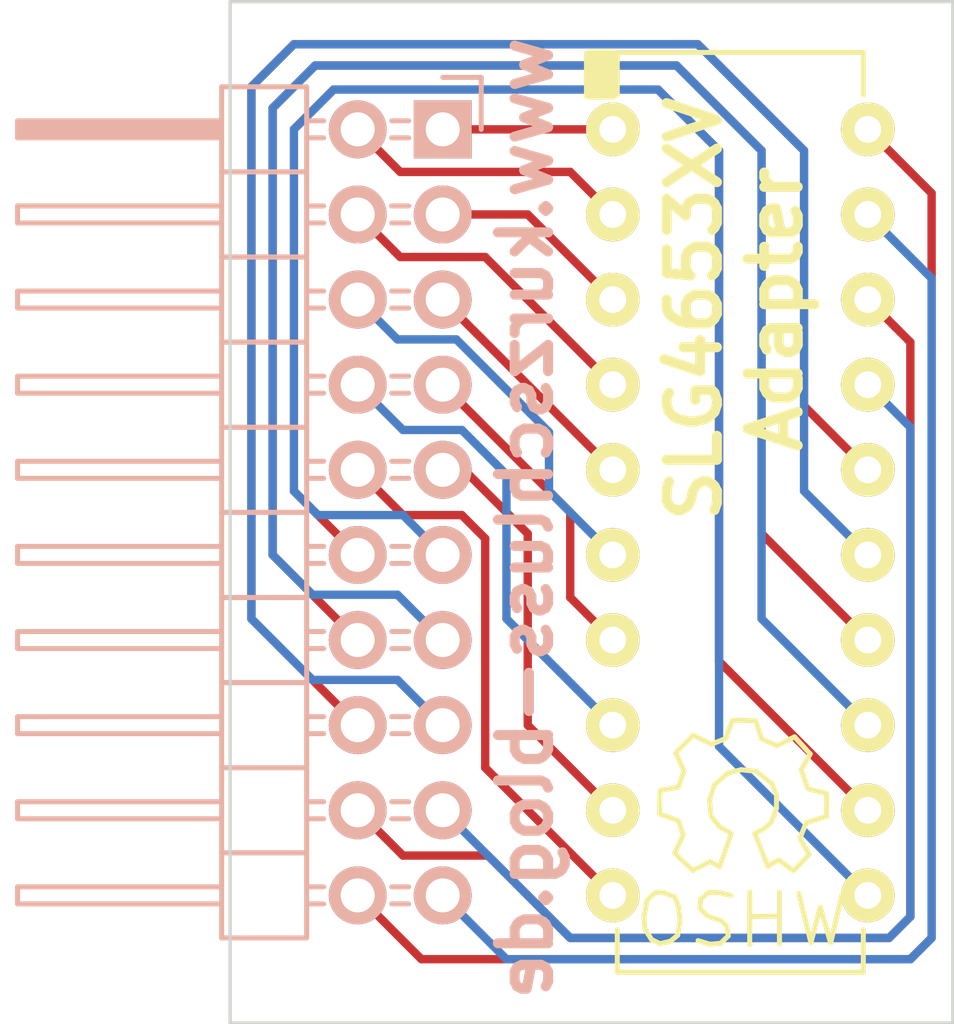
<source format=kicad_pcb>
(kicad_pcb (version 4) (host pcbnew 4.0.2-stable)

  (general
    (links 0)
    (no_connects 19)
    (area 131.354999 97.795 166.168215 131.78582)
    (thickness 1.6)
    (drawings 6)
    (tracks 112)
    (zones 0)
    (modules 3)
    (nets 21)
  )

  (page A4)
  (layers
    (0 F.Cu signal)
    (31 B.Cu signal)
    (32 B.Adhes user)
    (33 F.Adhes user)
    (34 B.Paste user)
    (35 F.Paste user)
    (36 B.SilkS user)
    (37 F.SilkS user)
    (38 B.Mask user)
    (39 F.Mask user)
    (40 Dwgs.User user)
    (41 Cmts.User user)
    (42 Eco1.User user)
    (43 Eco2.User user)
    (44 Edge.Cuts user)
    (45 Margin user)
    (46 B.CrtYd user)
    (47 F.CrtYd user)
    (48 B.Fab user)
    (49 F.Fab user)
  )

  (setup
    (last_trace_width 0.25)
    (trace_clearance 0.2)
    (zone_clearance 0.508)
    (zone_45_only no)
    (trace_min 0.2)
    (segment_width 0.2)
    (edge_width 0.1)
    (via_size 0.6)
    (via_drill 0.4)
    (via_min_size 0.4)
    (via_min_drill 0.3)
    (uvia_size 0.3)
    (uvia_drill 0.1)
    (uvias_allowed no)
    (uvia_min_size 0.2)
    (uvia_min_drill 0.1)
    (pcb_text_width 0.3)
    (pcb_text_size 1.5 1.5)
    (mod_edge_width 0.15)
    (mod_text_size 1 1)
    (mod_text_width 0.15)
    (pad_size 1.5 1.5)
    (pad_drill 0.6)
    (pad_to_mask_clearance 0)
    (aux_axis_origin 0 0)
    (visible_elements 7FFFFFFF)
    (pcbplotparams
      (layerselection 0x010f0_80000001)
      (usegerberextensions false)
      (excludeedgelayer true)
      (linewidth 0.100000)
      (plotframeref false)
      (viasonmask false)
      (mode 1)
      (useauxorigin false)
      (hpglpennumber 1)
      (hpglpenspeed 20)
      (hpglpendiameter 15)
      (hpglpenoverlay 2)
      (psnegative false)
      (psa4output false)
      (plotreference true)
      (plotvalue true)
      (plotinvisibletext false)
      (padsonsilk false)
      (subtractmaskfromsilk false)
      (outputformat 1)
      (mirror false)
      (drillshape 0)
      (scaleselection 1)
      (outputdirectory E1))
  )

  (net 0 "")
  (net 1 "Net-(P1-Pad1)")
  (net 2 "Net-(P1-Pad2)")
  (net 3 "Net-(P1-Pad3)")
  (net 4 "Net-(P1-Pad4)")
  (net 5 "Net-(P1-Pad5)")
  (net 6 "Net-(P1-Pad6)")
  (net 7 "Net-(P1-Pad7)")
  (net 8 "Net-(P1-Pad8)")
  (net 9 "Net-(P1-Pad9)")
  (net 10 "Net-(P1-Pad10)")
  (net 11 "Net-(P1-Pad11)")
  (net 12 "Net-(P1-Pad12)")
  (net 13 "Net-(P1-Pad13)")
  (net 14 "Net-(P1-Pad14)")
  (net 15 "Net-(P1-Pad15)")
  (net 16 "Net-(P1-Pad16)")
  (net 17 "Net-(P1-Pad17)")
  (net 18 "Net-(P1-Pad18)")
  (net 19 "Net-(P1-Pad19)")
  (net 20 "Net-(P1-Pad20)")

  (net_class Default "Dies ist die voreingestellte Netzklasse."
    (clearance 0.2)
    (trace_width 0.25)
    (via_dia 0.6)
    (via_drill 0.4)
    (uvia_dia 0.3)
    (uvia_drill 0.1)
    (add_net "Net-(P1-Pad1)")
    (add_net "Net-(P1-Pad10)")
    (add_net "Net-(P1-Pad11)")
    (add_net "Net-(P1-Pad12)")
    (add_net "Net-(P1-Pad13)")
    (add_net "Net-(P1-Pad14)")
    (add_net "Net-(P1-Pad15)")
    (add_net "Net-(P1-Pad16)")
    (add_net "Net-(P1-Pad17)")
    (add_net "Net-(P1-Pad18)")
    (add_net "Net-(P1-Pad19)")
    (add_net "Net-(P1-Pad2)")
    (add_net "Net-(P1-Pad20)")
    (add_net "Net-(P1-Pad3)")
    (add_net "Net-(P1-Pad4)")
    (add_net "Net-(P1-Pad5)")
    (add_net "Net-(P1-Pad6)")
    (add_net "Net-(P1-Pad7)")
    (add_net "Net-(P1-Pad8)")
    (add_net "Net-(P1-Pad9)")
  )

  (module Pin_Headers:Pin_Header_Angled_2x10 (layer B.Cu) (tedit 57C7DD9B) (tstamp 57C7D6D8)
    (at 144.78 104.14 180)
    (descr "Through hole pin header")
    (tags "pin header")
    (path /57C7D64B)
    (fp_text reference P1 (at 0 5.1 180) (layer B.SilkS) hide
      (effects (font (size 1 1) (thickness 0.15)) (justify mirror))
    )
    (fp_text value CONN_01X20 (at 0 3.1 180) (layer B.Fab) hide
      (effects (font (size 1 1) (thickness 0.15)) (justify mirror))
    )
    (fp_line (start -1.35 1.75) (end -1.35 -24.65) (layer B.CrtYd) (width 0.05))
    (fp_line (start 13.2 1.75) (end 13.2 -24.65) (layer B.CrtYd) (width 0.05))
    (fp_line (start -1.35 1.75) (end 13.2 1.75) (layer B.CrtYd) (width 0.05))
    (fp_line (start -1.35 -24.65) (end 13.2 -24.65) (layer B.CrtYd) (width 0.05))
    (fp_line (start 1.524 0.254) (end 1.016 0.254) (layer B.SilkS) (width 0.15))
    (fp_line (start 1.524 -0.254) (end 1.016 -0.254) (layer B.SilkS) (width 0.15))
    (fp_line (start 1.524 -23.114) (end 1.016 -23.114) (layer B.SilkS) (width 0.15))
    (fp_line (start 1.524 -22.606) (end 1.016 -22.606) (layer B.SilkS) (width 0.15))
    (fp_line (start 1.524 -17.526) (end 1.016 -17.526) (layer B.SilkS) (width 0.15))
    (fp_line (start 1.524 -18.034) (end 1.016 -18.034) (layer B.SilkS) (width 0.15))
    (fp_line (start 1.524 -20.066) (end 1.016 -20.066) (layer B.SilkS) (width 0.15))
    (fp_line (start 1.524 -20.574) (end 1.016 -20.574) (layer B.SilkS) (width 0.15))
    (fp_line (start 1.524 -15.494) (end 1.016 -15.494) (layer B.SilkS) (width 0.15))
    (fp_line (start 1.524 -14.986) (end 1.016 -14.986) (layer B.SilkS) (width 0.15))
    (fp_line (start 1.524 -12.954) (end 1.016 -12.954) (layer B.SilkS) (width 0.15))
    (fp_line (start 1.524 -12.446) (end 1.016 -12.446) (layer B.SilkS) (width 0.15))
    (fp_line (start 1.524 -2.286) (end 1.016 -2.286) (layer B.SilkS) (width 0.15))
    (fp_line (start 1.524 -2.794) (end 1.016 -2.794) (layer B.SilkS) (width 0.15))
    (fp_line (start 1.524 -4.826) (end 1.016 -4.826) (layer B.SilkS) (width 0.15))
    (fp_line (start 1.524 -5.334) (end 1.016 -5.334) (layer B.SilkS) (width 0.15))
    (fp_line (start 1.524 -10.414) (end 1.016 -10.414) (layer B.SilkS) (width 0.15))
    (fp_line (start 1.524 -9.906) (end 1.016 -9.906) (layer B.SilkS) (width 0.15))
    (fp_line (start 1.524 -7.874) (end 1.016 -7.874) (layer B.SilkS) (width 0.15))
    (fp_line (start 1.524 -7.366) (end 1.016 -7.366) (layer B.SilkS) (width 0.15))
    (fp_line (start 4.064 -23.114) (end 3.556 -23.114) (layer B.SilkS) (width 0.15))
    (fp_line (start 4.064 -22.606) (end 3.556 -22.606) (layer B.SilkS) (width 0.15))
    (fp_line (start 4.064 -20.574) (end 3.556 -20.574) (layer B.SilkS) (width 0.15))
    (fp_line (start 4.064 -20.066) (end 3.556 -20.066) (layer B.SilkS) (width 0.15))
    (fp_line (start 4.064 -14.986) (end 3.556 -14.986) (layer B.SilkS) (width 0.15))
    (fp_line (start 4.064 -15.494) (end 3.556 -15.494) (layer B.SilkS) (width 0.15))
    (fp_line (start 4.064 -17.526) (end 3.556 -17.526) (layer B.SilkS) (width 0.15))
    (fp_line (start 4.064 -18.034) (end 3.556 -18.034) (layer B.SilkS) (width 0.15))
    (fp_line (start 4.064 -12.954) (end 3.556 -12.954) (layer B.SilkS) (width 0.15))
    (fp_line (start 4.064 -12.446) (end 3.556 -12.446) (layer B.SilkS) (width 0.15))
    (fp_line (start 4.064 -10.414) (end 3.556 -10.414) (layer B.SilkS) (width 0.15))
    (fp_line (start 4.064 -9.906) (end 3.556 -9.906) (layer B.SilkS) (width 0.15))
    (fp_line (start 4.064 0.254) (end 3.556 0.254) (layer B.SilkS) (width 0.15))
    (fp_line (start 4.064 -0.254) (end 3.556 -0.254) (layer B.SilkS) (width 0.15))
    (fp_line (start 4.064 -2.286) (end 3.556 -2.286) (layer B.SilkS) (width 0.15))
    (fp_line (start 4.064 -2.794) (end 3.556 -2.794) (layer B.SilkS) (width 0.15))
    (fp_line (start 4.064 -7.874) (end 3.556 -7.874) (layer B.SilkS) (width 0.15))
    (fp_line (start 4.064 -7.366) (end 3.556 -7.366) (layer B.SilkS) (width 0.15))
    (fp_line (start 4.064 -5.334) (end 3.556 -5.334) (layer B.SilkS) (width 0.15))
    (fp_line (start 4.064 -4.826) (end 3.556 -4.826) (layer B.SilkS) (width 0.15))
    (fp_line (start 0 1.55) (end -1.15 1.55) (layer B.SilkS) (width 0.15))
    (fp_line (start -1.15 1.55) (end -1.15 0) (layer B.SilkS) (width 0.15))
    (fp_line (start 6.604 0.127) (end 12.573 0.127) (layer B.SilkS) (width 0.15))
    (fp_line (start 12.573 0.127) (end 12.573 -0.127) (layer B.SilkS) (width 0.15))
    (fp_line (start 12.573 -0.127) (end 6.731 -0.127) (layer B.SilkS) (width 0.15))
    (fp_line (start 6.731 -0.127) (end 6.731 0) (layer B.SilkS) (width 0.15))
    (fp_line (start 6.731 0) (end 12.573 0) (layer B.SilkS) (width 0.15))
    (fp_line (start 4.064 -19.05) (end 6.604 -19.05) (layer B.SilkS) (width 0.15))
    (fp_line (start 4.064 -19.05) (end 4.064 -21.59) (layer B.SilkS) (width 0.15))
    (fp_line (start 4.064 -21.59) (end 6.604 -21.59) (layer B.SilkS) (width 0.15))
    (fp_line (start 6.604 -20.066) (end 12.7 -20.066) (layer B.SilkS) (width 0.15))
    (fp_line (start 12.7 -20.066) (end 12.7 -20.574) (layer B.SilkS) (width 0.15))
    (fp_line (start 12.7 -20.574) (end 6.604 -20.574) (layer B.SilkS) (width 0.15))
    (fp_line (start 6.604 -21.59) (end 6.604 -19.05) (layer B.SilkS) (width 0.15))
    (fp_line (start 6.604 -24.13) (end 6.604 -21.59) (layer B.SilkS) (width 0.15))
    (fp_line (start 12.7 -23.114) (end 6.604 -23.114) (layer B.SilkS) (width 0.15))
    (fp_line (start 12.7 -22.606) (end 12.7 -23.114) (layer B.SilkS) (width 0.15))
    (fp_line (start 6.604 -22.606) (end 12.7 -22.606) (layer B.SilkS) (width 0.15))
    (fp_line (start 4.064 -21.59) (end 4.064 -24.13) (layer B.SilkS) (width 0.15))
    (fp_line (start 4.064 -21.59) (end 6.604 -21.59) (layer B.SilkS) (width 0.15))
    (fp_line (start 4.064 -24.13) (end 6.604 -24.13) (layer B.SilkS) (width 0.15))
    (fp_line (start 4.064 -8.89) (end 6.604 -8.89) (layer B.SilkS) (width 0.15))
    (fp_line (start 4.064 -8.89) (end 4.064 -11.43) (layer B.SilkS) (width 0.15))
    (fp_line (start 4.064 -11.43) (end 6.604 -11.43) (layer B.SilkS) (width 0.15))
    (fp_line (start 6.604 -9.906) (end 12.7 -9.906) (layer B.SilkS) (width 0.15))
    (fp_line (start 12.7 -9.906) (end 12.7 -10.414) (layer B.SilkS) (width 0.15))
    (fp_line (start 12.7 -10.414) (end 6.604 -10.414) (layer B.SilkS) (width 0.15))
    (fp_line (start 6.604 -11.43) (end 6.604 -8.89) (layer B.SilkS) (width 0.15))
    (fp_line (start 6.604 -13.97) (end 6.604 -11.43) (layer B.SilkS) (width 0.15))
    (fp_line (start 12.7 -12.954) (end 6.604 -12.954) (layer B.SilkS) (width 0.15))
    (fp_line (start 12.7 -12.446) (end 12.7 -12.954) (layer B.SilkS) (width 0.15))
    (fp_line (start 6.604 -12.446) (end 12.7 -12.446) (layer B.SilkS) (width 0.15))
    (fp_line (start 4.064 -13.97) (end 6.604 -13.97) (layer B.SilkS) (width 0.15))
    (fp_line (start 4.064 -11.43) (end 4.064 -13.97) (layer B.SilkS) (width 0.15))
    (fp_line (start 4.064 -11.43) (end 6.604 -11.43) (layer B.SilkS) (width 0.15))
    (fp_line (start 4.064 -16.51) (end 6.604 -16.51) (layer B.SilkS) (width 0.15))
    (fp_line (start 4.064 -16.51) (end 4.064 -19.05) (layer B.SilkS) (width 0.15))
    (fp_line (start 4.064 -19.05) (end 6.604 -19.05) (layer B.SilkS) (width 0.15))
    (fp_line (start 6.604 -17.526) (end 12.7 -17.526) (layer B.SilkS) (width 0.15))
    (fp_line (start 12.7 -17.526) (end 12.7 -18.034) (layer B.SilkS) (width 0.15))
    (fp_line (start 12.7 -18.034) (end 6.604 -18.034) (layer B.SilkS) (width 0.15))
    (fp_line (start 6.604 -19.05) (end 6.604 -16.51) (layer B.SilkS) (width 0.15))
    (fp_line (start 6.604 -16.51) (end 6.604 -13.97) (layer B.SilkS) (width 0.15))
    (fp_line (start 12.7 -15.494) (end 6.604 -15.494) (layer B.SilkS) (width 0.15))
    (fp_line (start 12.7 -14.986) (end 12.7 -15.494) (layer B.SilkS) (width 0.15))
    (fp_line (start 6.604 -14.986) (end 12.7 -14.986) (layer B.SilkS) (width 0.15))
    (fp_line (start 4.064 -16.51) (end 6.604 -16.51) (layer B.SilkS) (width 0.15))
    (fp_line (start 4.064 -13.97) (end 4.064 -16.51) (layer B.SilkS) (width 0.15))
    (fp_line (start 4.064 -13.97) (end 6.604 -13.97) (layer B.SilkS) (width 0.15))
    (fp_line (start 4.064 -3.81) (end 6.604 -3.81) (layer B.SilkS) (width 0.15))
    (fp_line (start 4.064 -3.81) (end 4.064 -6.35) (layer B.SilkS) (width 0.15))
    (fp_line (start 4.064 -6.35) (end 6.604 -6.35) (layer B.SilkS) (width 0.15))
    (fp_line (start 6.604 -4.826) (end 12.7 -4.826) (layer B.SilkS) (width 0.15))
    (fp_line (start 12.7 -4.826) (end 12.7 -5.334) (layer B.SilkS) (width 0.15))
    (fp_line (start 12.7 -5.334) (end 6.604 -5.334) (layer B.SilkS) (width 0.15))
    (fp_line (start 6.604 -6.35) (end 6.604 -3.81) (layer B.SilkS) (width 0.15))
    (fp_line (start 6.604 -8.89) (end 6.604 -6.35) (layer B.SilkS) (width 0.15))
    (fp_line (start 12.7 -7.874) (end 6.604 -7.874) (layer B.SilkS) (width 0.15))
    (fp_line (start 12.7 -7.366) (end 12.7 -7.874) (layer B.SilkS) (width 0.15))
    (fp_line (start 6.604 -7.366) (end 12.7 -7.366) (layer B.SilkS) (width 0.15))
    (fp_line (start 4.064 -8.89) (end 6.604 -8.89) (layer B.SilkS) (width 0.15))
    (fp_line (start 4.064 -6.35) (end 4.064 -8.89) (layer B.SilkS) (width 0.15))
    (fp_line (start 4.064 -6.35) (end 6.604 -6.35) (layer B.SilkS) (width 0.15))
    (fp_line (start 4.064 -1.27) (end 6.604 -1.27) (layer B.SilkS) (width 0.15))
    (fp_line (start 4.064 -1.27) (end 4.064 -3.81) (layer B.SilkS) (width 0.15))
    (fp_line (start 4.064 -3.81) (end 6.604 -3.81) (layer B.SilkS) (width 0.15))
    (fp_line (start 6.604 -2.286) (end 12.7 -2.286) (layer B.SilkS) (width 0.15))
    (fp_line (start 12.7 -2.286) (end 12.7 -2.794) (layer B.SilkS) (width 0.15))
    (fp_line (start 12.7 -2.794) (end 6.604 -2.794) (layer B.SilkS) (width 0.15))
    (fp_line (start 6.604 -3.81) (end 6.604 -1.27) (layer B.SilkS) (width 0.15))
    (fp_line (start 6.604 -1.27) (end 6.604 1.27) (layer B.SilkS) (width 0.15))
    (fp_line (start 12.7 -0.254) (end 6.604 -0.254) (layer B.SilkS) (width 0.15))
    (fp_line (start 12.7 0.254) (end 12.7 -0.254) (layer B.SilkS) (width 0.15))
    (fp_line (start 6.604 0.254) (end 12.7 0.254) (layer B.SilkS) (width 0.15))
    (fp_line (start 4.064 -1.27) (end 6.604 -1.27) (layer B.SilkS) (width 0.15))
    (fp_line (start 4.064 1.27) (end 4.064 -1.27) (layer B.SilkS) (width 0.15))
    (fp_line (start 4.064 1.27) (end 6.604 1.27) (layer B.SilkS) (width 0.15))
    (pad 1 thru_hole rect (at 0 0 180) (size 1.7272 1.7272) (drill 1.016) (layers *.Cu *.Mask B.SilkS)
      (net 1 "Net-(P1-Pad1)"))
    (pad 2 thru_hole oval (at 2.54 0 180) (size 1.7272 1.7272) (drill 1.016) (layers *.Cu *.Mask B.SilkS)
      (net 2 "Net-(P1-Pad2)"))
    (pad 3 thru_hole oval (at 0 -2.54 180) (size 1.7272 1.7272) (drill 1.016) (layers *.Cu *.Mask B.SilkS)
      (net 3 "Net-(P1-Pad3)"))
    (pad 4 thru_hole oval (at 2.54 -2.54 180) (size 1.7272 1.7272) (drill 1.016) (layers *.Cu *.Mask B.SilkS)
      (net 4 "Net-(P1-Pad4)"))
    (pad 5 thru_hole oval (at 0 -5.08 180) (size 1.7272 1.7272) (drill 1.016) (layers *.Cu *.Mask B.SilkS)
      (net 5 "Net-(P1-Pad5)"))
    (pad 6 thru_hole oval (at 2.54 -5.08 180) (size 1.7272 1.7272) (drill 1.016) (layers *.Cu *.Mask B.SilkS)
      (net 6 "Net-(P1-Pad6)"))
    (pad 7 thru_hole oval (at 0 -7.62 180) (size 1.7272 1.7272) (drill 1.016) (layers *.Cu *.Mask B.SilkS)
      (net 7 "Net-(P1-Pad7)"))
    (pad 8 thru_hole oval (at 2.54 -7.62 180) (size 1.7272 1.7272) (drill 1.016) (layers *.Cu *.Mask B.SilkS)
      (net 8 "Net-(P1-Pad8)"))
    (pad 9 thru_hole oval (at 0 -10.16 180) (size 1.7272 1.7272) (drill 1.016) (layers *.Cu *.Mask B.SilkS)
      (net 9 "Net-(P1-Pad9)"))
    (pad 10 thru_hole oval (at 2.54 -10.16 180) (size 1.7272 1.7272) (drill 1.016) (layers *.Cu *.Mask B.SilkS)
      (net 10 "Net-(P1-Pad10)"))
    (pad 11 thru_hole oval (at 0 -12.7 180) (size 1.7272 1.7272) (drill 1.016) (layers *.Cu *.Mask B.SilkS)
      (net 11 "Net-(P1-Pad11)"))
    (pad 12 thru_hole oval (at 2.54 -12.7 180) (size 1.7272 1.7272) (drill 1.016) (layers *.Cu *.Mask B.SilkS)
      (net 12 "Net-(P1-Pad12)"))
    (pad 13 thru_hole oval (at 0 -15.24 180) (size 1.7272 1.7272) (drill 1.016) (layers *.Cu *.Mask B.SilkS)
      (net 13 "Net-(P1-Pad13)"))
    (pad 14 thru_hole oval (at 2.54 -15.24 180) (size 1.7272 1.7272) (drill 1.016) (layers *.Cu *.Mask B.SilkS)
      (net 14 "Net-(P1-Pad14)"))
    (pad 15 thru_hole oval (at 0 -17.78 180) (size 1.7272 1.7272) (drill 1.016) (layers *.Cu *.Mask B.SilkS)
      (net 15 "Net-(P1-Pad15)"))
    (pad 16 thru_hole oval (at 2.54 -17.78 180) (size 1.7272 1.7272) (drill 1.016) (layers *.Cu *.Mask B.SilkS)
      (net 16 "Net-(P1-Pad16)"))
    (pad 17 thru_hole oval (at 0 -20.32 180) (size 1.7272 1.7272) (drill 1.016) (layers *.Cu *.Mask B.SilkS)
      (net 17 "Net-(P1-Pad17)"))
    (pad 18 thru_hole oval (at 2.54 -20.32 180) (size 1.7272 1.7272) (drill 1.016) (layers *.Cu *.Mask B.SilkS)
      (net 18 "Net-(P1-Pad18)"))
    (pad 19 thru_hole oval (at 0 -22.86 180) (size 1.7272 1.7272) (drill 1.016) (layers *.Cu *.Mask B.SilkS)
      (net 19 "Net-(P1-Pad19)"))
    (pad 20 thru_hole oval (at 2.54 -22.86 180) (size 1.7272 1.7272) (drill 1.016) (layers *.Cu *.Mask B.SilkS)
      (net 20 "Net-(P1-Pad20)"))
    (model Pin_Headers.3dshapes/Pin_Header_Angled_2x10.wrl
      (at (xyz 0.05 -0.45 0))
      (scale (xyz 1 1 1))
      (rotate (xyz 0 0 90))
    )
  )

  (module Housings_DIP:DIP-20_W7.62mm (layer F.Cu) (tedit 57C7DD9E) (tstamp 57C7D6F0)
    (at 149.86 104.14)
    (descr "20-lead dip package, row spacing 7.62 mm (300 mils)")
    (tags "dil dip 2.54 300")
    (path /57C7D61A)
    (fp_text reference P2 (at 0 -5.22) (layer F.SilkS) hide
      (effects (font (size 1 1) (thickness 0.15)))
    )
    (fp_text value CONN_01X20 (at 0 -3.72) (layer F.Fab) hide
      (effects (font (size 1 1) (thickness 0.15)))
    )
    (fp_line (start -1.05 -2.45) (end -1.05 25.35) (layer F.CrtYd) (width 0.05))
    (fp_line (start 8.65 -2.45) (end 8.65 25.35) (layer F.CrtYd) (width 0.05))
    (fp_line (start -1.05 -2.45) (end 8.65 -2.45) (layer F.CrtYd) (width 0.05))
    (fp_line (start -1.05 25.35) (end 8.65 25.35) (layer F.CrtYd) (width 0.05))
    (fp_line (start 0.135 -2.295) (end 0.135 -1.025) (layer F.SilkS) (width 0.15))
    (fp_line (start 7.485 -2.295) (end 7.485 -1.025) (layer F.SilkS) (width 0.15))
    (fp_line (start 7.485 25.155) (end 7.485 23.885) (layer F.SilkS) (width 0.15))
    (fp_line (start 0.135 25.155) (end 0.135 23.885) (layer F.SilkS) (width 0.15))
    (fp_line (start 0.135 -2.295) (end 7.485 -2.295) (layer F.SilkS) (width 0.15))
    (fp_line (start 0.135 25.155) (end 7.485 25.155) (layer F.SilkS) (width 0.15))
    (fp_line (start 0.135 -1.025) (end -0.8 -1.025) (layer F.SilkS) (width 0.15))
    (pad 1 thru_hole oval (at 0 0) (size 1.6 1.6) (drill 0.8) (layers *.Cu *.Mask F.SilkS)
      (net 1 "Net-(P1-Pad1)"))
    (pad 2 thru_hole oval (at 0 2.54) (size 1.6 1.6) (drill 0.8) (layers *.Cu *.Mask F.SilkS)
      (net 2 "Net-(P1-Pad2)"))
    (pad 3 thru_hole oval (at 0 5.08) (size 1.6 1.6) (drill 0.8) (layers *.Cu *.Mask F.SilkS)
      (net 3 "Net-(P1-Pad3)"))
    (pad 4 thru_hole oval (at 0 7.62) (size 1.6 1.6) (drill 0.8) (layers *.Cu *.Mask F.SilkS)
      (net 4 "Net-(P1-Pad4)"))
    (pad 5 thru_hole oval (at 0 10.16) (size 1.6 1.6) (drill 0.8) (layers *.Cu *.Mask F.SilkS)
      (net 5 "Net-(P1-Pad5)"))
    (pad 6 thru_hole oval (at 0 12.7) (size 1.6 1.6) (drill 0.8) (layers *.Cu *.Mask F.SilkS)
      (net 6 "Net-(P1-Pad6)"))
    (pad 7 thru_hole oval (at 0 15.24) (size 1.6 1.6) (drill 0.8) (layers *.Cu *.Mask F.SilkS)
      (net 7 "Net-(P1-Pad7)"))
    (pad 8 thru_hole oval (at 0 17.78) (size 1.6 1.6) (drill 0.8) (layers *.Cu *.Mask F.SilkS)
      (net 8 "Net-(P1-Pad8)"))
    (pad 9 thru_hole oval (at 0 20.32) (size 1.6 1.6) (drill 0.8) (layers *.Cu *.Mask F.SilkS)
      (net 9 "Net-(P1-Pad9)"))
    (pad 10 thru_hole oval (at 0 22.86) (size 1.6 1.6) (drill 0.8) (layers *.Cu *.Mask F.SilkS)
      (net 10 "Net-(P1-Pad10)"))
    (pad 11 thru_hole oval (at 7.62 22.86) (size 1.6 1.6) (drill 0.8) (layers *.Cu *.Mask F.SilkS)
      (net 11 "Net-(P1-Pad11)"))
    (pad 12 thru_hole oval (at 7.62 20.32) (size 1.6 1.6) (drill 0.8) (layers *.Cu *.Mask F.SilkS)
      (net 12 "Net-(P1-Pad12)"))
    (pad 13 thru_hole oval (at 7.62 17.78) (size 1.6 1.6) (drill 0.8) (layers *.Cu *.Mask F.SilkS)
      (net 13 "Net-(P1-Pad13)"))
    (pad 14 thru_hole oval (at 7.62 15.24) (size 1.6 1.6) (drill 0.8) (layers *.Cu *.Mask F.SilkS)
      (net 14 "Net-(P1-Pad14)"))
    (pad 15 thru_hole oval (at 7.62 12.7) (size 1.6 1.6) (drill 0.8) (layers *.Cu *.Mask F.SilkS)
      (net 15 "Net-(P1-Pad15)"))
    (pad 16 thru_hole oval (at 7.62 10.16) (size 1.6 1.6) (drill 0.8) (layers *.Cu *.Mask F.SilkS)
      (net 16 "Net-(P1-Pad16)"))
    (pad 17 thru_hole oval (at 7.62 7.62) (size 1.6 1.6) (drill 0.8) (layers *.Cu *.Mask F.SilkS)
      (net 17 "Net-(P1-Pad17)"))
    (pad 18 thru_hole oval (at 7.62 5.08) (size 1.6 1.6) (drill 0.8) (layers *.Cu *.Mask F.SilkS)
      (net 18 "Net-(P1-Pad18)"))
    (pad 19 thru_hole oval (at 7.62 2.54) (size 1.6 1.6) (drill 0.8) (layers *.Cu *.Mask F.SilkS)
      (net 19 "Net-(P1-Pad19)"))
    (pad 20 thru_hole oval (at 7.62 0) (size 1.6 1.6) (drill 0.8) (layers *.Cu *.Mask F.SilkS)
      (net 20 "Net-(P1-Pad20)"))
    (model Housings_DIP.3dshapes/DIP-20_W7.62mm.wrl
      (at (xyz 0 0 0))
      (scale (xyz 1 1 1))
      (rotate (xyz 0 0 0))
    )
  )

  (module Symbols:Symbol_OSHW-Logo_SilkScreen (layer F.Cu) (tedit 57C7DC97) (tstamp 57C7DC7E)
    (at 153.75 124.25)
    (descr "Symbol, OSHW-Logo, Silk Screen,")
    (tags "Symbol, OSHW-Logo, Silk Screen,")
    (fp_text reference REF** (at 0.09906 -4.38912) (layer F.SilkS) hide
      (effects (font (size 1 1) (thickness 0.15)))
    )
    (fp_text value Symbol_OSHW-Logo_SilkScreen (at 0.30988 6.56082) (layer F.Fab) hide
      (effects (font (size 1 1) (thickness 0.15)))
    )
    (fp_line (start 1.66878 2.68986) (end 2.02946 4.16052) (layer F.SilkS) (width 0.15))
    (fp_line (start 2.02946 4.16052) (end 2.30886 3.0988) (layer F.SilkS) (width 0.15))
    (fp_line (start 2.30886 3.0988) (end 2.61874 4.17068) (layer F.SilkS) (width 0.15))
    (fp_line (start 2.61874 4.17068) (end 2.9591 2.72034) (layer F.SilkS) (width 0.15))
    (fp_line (start 0.24892 3.38074) (end 1.03886 3.37058) (layer F.SilkS) (width 0.15))
    (fp_line (start 1.03886 3.37058) (end 1.04902 3.38074) (layer F.SilkS) (width 0.15))
    (fp_line (start 1.04902 3.38074) (end 1.04902 3.37058) (layer F.SilkS) (width 0.15))
    (fp_line (start 1.08966 2.65938) (end 1.08966 4.20116) (layer F.SilkS) (width 0.15))
    (fp_line (start 0.20066 2.64922) (end 0.20066 4.21894) (layer F.SilkS) (width 0.15))
    (fp_line (start 0.20066 4.21894) (end 0.21082 4.20878) (layer F.SilkS) (width 0.15))
    (fp_line (start -0.35052 2.75082) (end -0.70104 2.66954) (layer F.SilkS) (width 0.15))
    (fp_line (start -0.70104 2.66954) (end -1.02108 2.65938) (layer F.SilkS) (width 0.15))
    (fp_line (start -1.02108 2.65938) (end -1.25984 2.86004) (layer F.SilkS) (width 0.15))
    (fp_line (start -1.25984 2.86004) (end -1.29032 3.12928) (layer F.SilkS) (width 0.15))
    (fp_line (start -1.29032 3.12928) (end -1.04902 3.37058) (layer F.SilkS) (width 0.15))
    (fp_line (start -1.04902 3.37058) (end -0.6604 3.50012) (layer F.SilkS) (width 0.15))
    (fp_line (start -0.6604 3.50012) (end -0.48006 3.66014) (layer F.SilkS) (width 0.15))
    (fp_line (start -0.48006 3.66014) (end -0.43942 3.95986) (layer F.SilkS) (width 0.15))
    (fp_line (start -0.43942 3.95986) (end -0.67056 4.18084) (layer F.SilkS) (width 0.15))
    (fp_line (start -0.67056 4.18084) (end -0.9906 4.20878) (layer F.SilkS) (width 0.15))
    (fp_line (start -0.9906 4.20878) (end -1.34112 4.09956) (layer F.SilkS) (width 0.15))
    (fp_line (start -2.37998 2.64922) (end -2.6289 2.66954) (layer F.SilkS) (width 0.15))
    (fp_line (start -2.6289 2.66954) (end -2.8702 2.91084) (layer F.SilkS) (width 0.15))
    (fp_line (start -2.8702 2.91084) (end -2.9591 3.40106) (layer F.SilkS) (width 0.15))
    (fp_line (start -2.9591 3.40106) (end -2.93116 3.74904) (layer F.SilkS) (width 0.15))
    (fp_line (start -2.93116 3.74904) (end -2.7305 4.06908) (layer F.SilkS) (width 0.15))
    (fp_line (start -2.7305 4.06908) (end -2.47904 4.191) (layer F.SilkS) (width 0.15))
    (fp_line (start -2.47904 4.191) (end -2.16916 4.11988) (layer F.SilkS) (width 0.15))
    (fp_line (start -2.16916 4.11988) (end -1.95072 3.93954) (layer F.SilkS) (width 0.15))
    (fp_line (start -1.95072 3.93954) (end -1.8796 3.4798) (layer F.SilkS) (width 0.15))
    (fp_line (start -1.8796 3.4798) (end -1.9304 3.07086) (layer F.SilkS) (width 0.15))
    (fp_line (start -1.9304 3.07086) (end -2.03962 2.78892) (layer F.SilkS) (width 0.15))
    (fp_line (start -2.03962 2.78892) (end -2.4003 2.65938) (layer F.SilkS) (width 0.15))
    (fp_line (start -1.78054 0.92964) (end -2.03962 1.49098) (layer F.SilkS) (width 0.15))
    (fp_line (start -2.03962 1.49098) (end -1.50114 2.00914) (layer F.SilkS) (width 0.15))
    (fp_line (start -1.50114 2.00914) (end -0.98044 1.7399) (layer F.SilkS) (width 0.15))
    (fp_line (start -0.98044 1.7399) (end -0.70104 1.89992) (layer F.SilkS) (width 0.15))
    (fp_line (start 0.73914 1.8796) (end 1.06934 1.6891) (layer F.SilkS) (width 0.15))
    (fp_line (start 1.06934 1.6891) (end 1.50876 2.0193) (layer F.SilkS) (width 0.15))
    (fp_line (start 1.50876 2.0193) (end 1.9812 1.52908) (layer F.SilkS) (width 0.15))
    (fp_line (start 1.9812 1.52908) (end 1.69926 1.04902) (layer F.SilkS) (width 0.15))
    (fp_line (start 1.69926 1.04902) (end 1.88976 0.57912) (layer F.SilkS) (width 0.15))
    (fp_line (start 1.88976 0.57912) (end 2.49936 0.39116) (layer F.SilkS) (width 0.15))
    (fp_line (start 2.49936 0.39116) (end 2.49936 -0.28956) (layer F.SilkS) (width 0.15))
    (fp_line (start 2.49936 -0.28956) (end 1.94056 -0.42926) (layer F.SilkS) (width 0.15))
    (fp_line (start 1.94056 -0.42926) (end 1.7399 -1.00076) (layer F.SilkS) (width 0.15))
    (fp_line (start 1.7399 -1.00076) (end 2.00914 -1.47066) (layer F.SilkS) (width 0.15))
    (fp_line (start 2.00914 -1.47066) (end 1.53924 -1.9812) (layer F.SilkS) (width 0.15))
    (fp_line (start 1.53924 -1.9812) (end 1.02108 -1.71958) (layer F.SilkS) (width 0.15))
    (fp_line (start 1.02108 -1.71958) (end 0.55118 -1.92024) (layer F.SilkS) (width 0.15))
    (fp_line (start 0.55118 -1.92024) (end 0.381 -2.46126) (layer F.SilkS) (width 0.15))
    (fp_line (start 0.381 -2.46126) (end -0.30988 -2.47904) (layer F.SilkS) (width 0.15))
    (fp_line (start -0.30988 -2.47904) (end -0.5207 -1.9304) (layer F.SilkS) (width 0.15))
    (fp_line (start -0.5207 -1.9304) (end -0.9398 -1.76022) (layer F.SilkS) (width 0.15))
    (fp_line (start -0.9398 -1.76022) (end -1.49098 -2.02946) (layer F.SilkS) (width 0.15))
    (fp_line (start -1.49098 -2.02946) (end -2.00914 -1.50114) (layer F.SilkS) (width 0.15))
    (fp_line (start -2.00914 -1.50114) (end -1.76022 -0.96012) (layer F.SilkS) (width 0.15))
    (fp_line (start -1.76022 -0.96012) (end -1.9304 -0.48006) (layer F.SilkS) (width 0.15))
    (fp_line (start -1.9304 -0.48006) (end -2.47904 -0.381) (layer F.SilkS) (width 0.15))
    (fp_line (start -2.47904 -0.381) (end -2.4892 0.32004) (layer F.SilkS) (width 0.15))
    (fp_line (start -2.4892 0.32004) (end -1.9304 0.5207) (layer F.SilkS) (width 0.15))
    (fp_line (start -1.9304 0.5207) (end -1.7907 0.91948) (layer F.SilkS) (width 0.15))
    (fp_line (start 0.35052 0.89916) (end 0.65024 0.7493) (layer F.SilkS) (width 0.15))
    (fp_line (start 0.65024 0.7493) (end 0.8509 0.55118) (layer F.SilkS) (width 0.15))
    (fp_line (start 0.8509 0.55118) (end 1.00076 0.14986) (layer F.SilkS) (width 0.15))
    (fp_line (start 1.00076 0.14986) (end 1.00076 -0.24892) (layer F.SilkS) (width 0.15))
    (fp_line (start 1.00076 -0.24892) (end 0.8509 -0.59944) (layer F.SilkS) (width 0.15))
    (fp_line (start 0.8509 -0.59944) (end 0.39878 -0.94996) (layer F.SilkS) (width 0.15))
    (fp_line (start 0.39878 -0.94996) (end -0.0508 -1.00076) (layer F.SilkS) (width 0.15))
    (fp_line (start -0.0508 -1.00076) (end -0.44958 -0.89916) (layer F.SilkS) (width 0.15))
    (fp_line (start -0.44958 -0.89916) (end -0.8509 -0.55118) (layer F.SilkS) (width 0.15))
    (fp_line (start -0.8509 -0.55118) (end -1.00076 -0.09906) (layer F.SilkS) (width 0.15))
    (fp_line (start -1.00076 -0.09906) (end -0.94996 0.39878) (layer F.SilkS) (width 0.15))
    (fp_line (start -0.94996 0.39878) (end -0.70104 0.70104) (layer F.SilkS) (width 0.15))
    (fp_line (start -0.70104 0.70104) (end -0.35052 0.89916) (layer F.SilkS) (width 0.15))
    (fp_line (start -0.35052 0.89916) (end -0.70104 1.89992) (layer F.SilkS) (width 0.15))
    (fp_line (start 0.35052 0.89916) (end 0.7493 1.89992) (layer F.SilkS) (width 0.15))
  )

  (gr_text "SLG4653XV\nAdapter" (at 153.5 109.5 90) (layer F.SilkS)
    (effects (font (size 1.5 1.5) (thickness 0.3)))
  )
  (gr_text www.kurzschluss-blog.de (at 147.25 115.75 90) (layer B.SilkS)
    (effects (font (size 1.5 1.5) (thickness 0.3)) (justify mirror))
  )
  (gr_line (start 138.43 130.81) (end 138.43 100.33) (layer Edge.Cuts) (width 0.1))
  (gr_line (start 160.02 130.81) (end 138.43 130.81) (layer Edge.Cuts) (width 0.1))
  (gr_line (start 160.02 100.33) (end 160.02 130.81) (layer Edge.Cuts) (width 0.1))
  (gr_line (start 138.43 100.33) (end 160.02 100.33) (layer Edge.Cuts) (width 0.1))

  (segment (start 144.78 104.14) (end 149.86 104.14) (width 0.25) (layer F.Cu) (net 1))
  (segment (start 142.24 104.14) (end 143.51 105.41) (width 0.25) (layer F.Cu) (net 2))
  (segment (start 143.51 105.41) (end 148.59 105.41) (width 0.25) (layer F.Cu) (net 2))
  (segment (start 148.59 105.41) (end 149.86 106.68) (width 0.25) (layer F.Cu) (net 2))
  (segment (start 144.78 106.68) (end 147.32 106.68) (width 0.25) (layer F.Cu) (net 3))
  (segment (start 147.32 106.68) (end 149.86 109.22) (width 0.25) (layer F.Cu) (net 3))
  (segment (start 146.05 107.95) (end 149.86 111.76) (width 0.25) (layer F.Cu) (net 4))
  (segment (start 143.51 107.95) (end 146.05 107.95) (width 0.25) (layer F.Cu) (net 4))
  (segment (start 142.24 106.68) (end 143.51 107.95) (width 0.25) (layer F.Cu) (net 4))
  (segment (start 144.78 109.22) (end 144.78141 109.22) (width 0.25) (layer F.Cu) (net 5))
  (segment (start 144.78141 109.22) (end 149.86 114.29859) (width 0.25) (layer F.Cu) (net 5))
  (segment (start 149.86 114.29859) (end 149.86 114.3) (width 0.25) (layer F.Cu) (net 5))
  (segment (start 147.955 113.17587) (end 147.955 114.935) (width 0.25) (layer B.Cu) (net 6))
  (segment (start 147.955 114.935) (end 149.86 116.84) (width 0.25) (layer B.Cu) (net 6))
  (segment (start 142.24 109.22) (end 143.428601 110.408601) (width 0.25) (layer B.Cu) (net 6))
  (segment (start 143.428601 110.408601) (end 145.187731 110.408601) (width 0.25) (layer B.Cu) (net 6))
  (segment (start 145.187731 110.408601) (end 147.955 113.17587) (width 0.25) (layer B.Cu) (net 6))
  (segment (start 144.78 111.76) (end 145.643599 112.623599) (width 0.25) (layer F.Cu) (net 7))
  (segment (start 145.643599 112.623599) (end 145.645009 112.623599) (width 0.25) (layer F.Cu) (net 7))
  (segment (start 145.645009 112.623599) (end 148.59 115.56859) (width 0.25) (layer F.Cu) (net 7))
  (segment (start 148.59 115.56859) (end 148.59 118.11) (width 0.25) (layer F.Cu) (net 7))
  (segment (start 148.59 118.11) (end 149.060001 118.580001) (width 0.25) (layer F.Cu) (net 7))
  (segment (start 149.060001 118.580001) (end 149.86 119.38) (width 0.25) (layer F.Cu) (net 7))
  (segment (start 146.685 114.44587) (end 146.685 118.745) (width 0.25) (layer B.Cu) (net 8))
  (segment (start 146.685 118.745) (end 149.86 121.92) (width 0.25) (layer B.Cu) (net 8))
  (segment (start 142.24 111.76) (end 143.591399 113.111399) (width 0.25) (layer B.Cu) (net 8))
  (segment (start 143.591399 113.111399) (end 145.350529 113.111399) (width 0.25) (layer B.Cu) (net 8))
  (segment (start 145.350529 113.111399) (end 146.685 114.44587) (width 0.25) (layer B.Cu) (net 8))
  (segment (start 144.78 114.3) (end 145.415 114.3) (width 0.25) (layer F.Cu) (net 9))
  (segment (start 145.415 114.3) (end 147.32 116.205) (width 0.25) (layer F.Cu) (net 9))
  (segment (start 147.32 116.205) (end 147.32 121.92) (width 0.25) (layer F.Cu) (net 9))
  (segment (start 147.32 121.92) (end 149.86 124.46) (width 0.25) (layer F.Cu) (net 9))
  (segment (start 142.24 114.3) (end 143.591399 115.651399) (width 0.25) (layer F.Cu) (net 10))
  (segment (start 143.591399 115.651399) (end 145.350529 115.651399) (width 0.25) (layer F.Cu) (net 10))
  (segment (start 145.350529 115.651399) (end 146.05 116.35087) (width 0.25) (layer F.Cu) (net 10))
  (segment (start 146.05 116.35087) (end 146.05 123.19) (width 0.25) (layer F.Cu) (net 10))
  (segment (start 146.05 123.19) (end 149.86 127) (width 0.25) (layer F.Cu) (net 10))
  (segment (start 144.78 116.84) (end 143.591399 115.651399) (width 0.25) (layer B.Cu) (net 11))
  (segment (start 151.211399 102.951399) (end 153.035 104.775) (width 0.25) (layer B.Cu) (net 11))
  (segment (start 143.591399 115.651399) (end 141.051399 115.651399) (width 0.25) (layer B.Cu) (net 11))
  (segment (start 141.051399 115.651399) (end 140.335 114.935) (width 0.25) (layer B.Cu) (net 11))
  (segment (start 140.335 114.935) (end 140.335 104.14) (width 0.25) (layer B.Cu) (net 11))
  (segment (start 140.335 104.14) (end 141.523601 102.951399) (width 0.25) (layer B.Cu) (net 11))
  (segment (start 141.523601 102.951399) (end 151.211399 102.951399) (width 0.25) (layer B.Cu) (net 11))
  (segment (start 153.035 104.775) (end 153.035 122.555) (width 0.25) (layer B.Cu) (net 11))
  (segment (start 153.035 122.555) (end 156.680001 126.200001) (width 0.25) (layer B.Cu) (net 11))
  (segment (start 156.680001 126.200001) (end 157.48 127) (width 0.25) (layer B.Cu) (net 11))
  (segment (start 142.24 116.84) (end 140.335 114.935) (width 0.25) (layer F.Cu) (net 12))
  (segment (start 140.335 114.935) (end 140.335 104.14) (width 0.25) (layer F.Cu) (net 12))
  (segment (start 140.335 104.14) (end 141.523601 102.951399) (width 0.25) (layer F.Cu) (net 12))
  (segment (start 153.035 120.015) (end 157.48 124.46) (width 0.25) (layer F.Cu) (net 12))
  (segment (start 141.523601 102.951399) (end 151.211399 102.951399) (width 0.25) (layer F.Cu) (net 12))
  (segment (start 151.211399 102.951399) (end 153.035 104.775) (width 0.25) (layer F.Cu) (net 12))
  (segment (start 153.035 104.775) (end 153.035 120.015) (width 0.25) (layer F.Cu) (net 12))
  (segment (start 144.78 119.38) (end 143.428601 118.028601) (width 0.25) (layer B.Cu) (net 13))
  (segment (start 143.428601 118.028601) (end 140.888601 118.028601) (width 0.25) (layer B.Cu) (net 13))
  (segment (start 140.888601 118.028601) (end 139.7 116.84) (width 0.25) (layer B.Cu) (net 13))
  (segment (start 139.7 116.84) (end 139.7 103.505) (width 0.25) (layer B.Cu) (net 13))
  (segment (start 140.97 102.235) (end 151.765 102.235) (width 0.25) (layer B.Cu) (net 13))
  (segment (start 139.7 103.505) (end 140.97 102.235) (width 0.25) (layer B.Cu) (net 13))
  (segment (start 151.765 102.235) (end 154.305 104.775) (width 0.25) (layer B.Cu) (net 13))
  (segment (start 154.305 104.775) (end 154.305 118.745) (width 0.25) (layer B.Cu) (net 13))
  (segment (start 154.305 118.745) (end 157.48 121.92) (width 0.25) (layer B.Cu) (net 13))
  (segment (start 142.24 119.38) (end 139.7 116.84) (width 0.25) (layer F.Cu) (net 14))
  (segment (start 139.7 116.84) (end 139.7 103.505) (width 0.25) (layer F.Cu) (net 14))
  (segment (start 139.7 103.505) (end 140.97 102.235) (width 0.25) (layer F.Cu) (net 14))
  (segment (start 140.97 102.235) (end 151.765 102.235) (width 0.25) (layer F.Cu) (net 14))
  (segment (start 151.765 102.235) (end 154.305 104.775) (width 0.25) (layer F.Cu) (net 14))
  (segment (start 154.305 104.775) (end 154.305 116.205) (width 0.25) (layer F.Cu) (net 14))
  (segment (start 154.305 116.205) (end 157.48 119.38) (width 0.25) (layer F.Cu) (net 14))
  (segment (start 144.78 121.92) (end 143.428601 120.568601) (width 0.25) (layer B.Cu) (net 15))
  (segment (start 143.428601 120.568601) (end 140.888601 120.568601) (width 0.25) (layer B.Cu) (net 15))
  (segment (start 140.888601 120.568601) (end 139.065 118.745) (width 0.25) (layer B.Cu) (net 15))
  (segment (start 139.065 118.745) (end 139.065 102.87) (width 0.25) (layer B.Cu) (net 15))
  (segment (start 139.065 102.87) (end 140.335 101.6) (width 0.25) (layer B.Cu) (net 15))
  (segment (start 140.335 101.6) (end 152.4 101.6) (width 0.25) (layer B.Cu) (net 15))
  (segment (start 152.4 101.6) (end 155.575 104.775) (width 0.25) (layer B.Cu) (net 15))
  (segment (start 155.575 104.775) (end 155.575 114.935) (width 0.25) (layer B.Cu) (net 15))
  (segment (start 155.575 114.935) (end 157.48 116.84) (width 0.25) (layer B.Cu) (net 15))
  (segment (start 142.24 121.92) (end 139.065 118.745) (width 0.25) (layer F.Cu) (net 16))
  (segment (start 155.575 104.775) (end 155.575 112.395) (width 0.25) (layer F.Cu) (net 16))
  (segment (start 139.065 118.745) (end 139.065 102.87) (width 0.25) (layer F.Cu) (net 16))
  (segment (start 139.065 102.87) (end 140.335 101.6) (width 0.25) (layer F.Cu) (net 16))
  (segment (start 140.335 101.6) (end 152.4 101.6) (width 0.25) (layer F.Cu) (net 16))
  (segment (start 152.4 101.6) (end 155.575 104.775) (width 0.25) (layer F.Cu) (net 16))
  (segment (start 156.680001 113.500001) (end 157.48 114.3) (width 0.25) (layer F.Cu) (net 16))
  (segment (start 155.575 112.395) (end 156.680001 113.500001) (width 0.25) (layer F.Cu) (net 16))
  (segment (start 144.78 124.46) (end 148.59 128.27) (width 0.25) (layer B.Cu) (net 17))
  (segment (start 148.59 128.27) (end 158.115 128.27) (width 0.25) (layer B.Cu) (net 17))
  (segment (start 158.115 128.27) (end 158.75 127.635) (width 0.25) (layer B.Cu) (net 17))
  (segment (start 158.75 127.635) (end 158.75 113.03) (width 0.25) (layer B.Cu) (net 17))
  (segment (start 158.75 113.03) (end 157.48 111.76) (width 0.25) (layer B.Cu) (net 17))
  (segment (start 142.24 124.46) (end 143.591399 125.811399) (width 0.25) (layer F.Cu) (net 18))
  (segment (start 158.75 127.635) (end 158.75 110.49) (width 0.25) (layer F.Cu) (net 18))
  (segment (start 143.591399 125.811399) (end 146.131399 125.811399) (width 0.25) (layer F.Cu) (net 18))
  (segment (start 146.131399 125.811399) (end 148.59 128.27) (width 0.25) (layer F.Cu) (net 18))
  (segment (start 148.59 128.27) (end 158.115 128.27) (width 0.25) (layer F.Cu) (net 18))
  (segment (start 158.115 128.27) (end 158.75 127.635) (width 0.25) (layer F.Cu) (net 18))
  (segment (start 158.75 110.49) (end 158.279999 110.019999) (width 0.25) (layer F.Cu) (net 18))
  (segment (start 158.279999 110.019999) (end 157.48 109.22) (width 0.25) (layer F.Cu) (net 18))
  (segment (start 144.78 127) (end 146.685 128.905) (width 0.25) (layer B.Cu) (net 19))
  (segment (start 146.685 128.905) (end 158.75 128.905) (width 0.25) (layer B.Cu) (net 19))
  (segment (start 158.75 128.905) (end 159.385 128.27) (width 0.25) (layer B.Cu) (net 19))
  (segment (start 159.385 128.27) (end 159.385 108.585) (width 0.25) (layer B.Cu) (net 19))
  (segment (start 159.385 108.585) (end 158.279999 107.479999) (width 0.25) (layer B.Cu) (net 19))
  (segment (start 158.279999 107.479999) (end 157.48 106.68) (width 0.25) (layer B.Cu) (net 19))
  (segment (start 142.24 127) (end 144.145 128.905) (width 0.25) (layer F.Cu) (net 20))
  (segment (start 144.145 128.905) (end 158.75 128.905) (width 0.25) (layer F.Cu) (net 20))
  (segment (start 159.385 128.27) (end 159.385 106.045) (width 0.25) (layer F.Cu) (net 20))
  (segment (start 158.75 128.905) (end 159.385 128.27) (width 0.25) (layer F.Cu) (net 20))
  (segment (start 159.385 106.045) (end 158.279999 104.939999) (width 0.25) (layer F.Cu) (net 20))
  (segment (start 158.279999 104.939999) (end 157.48 104.14) (width 0.25) (layer F.Cu) (net 20))

  (zone (net 0) (net_name "") (layer F.SilkS) (tstamp 0) (hatch edge 0.508)
    (connect_pads (clearance 0.508))
    (min_thickness 0.254)
    (fill yes (arc_segments 16) (thermal_gap 0.508) (thermal_bridge_width 0.508))
    (polygon
      (pts
        (xy 150 101.75) (xy 149 101.75) (xy 149 103.25) (xy 150 103.25)
      )
    )
    (filled_polygon
      (pts
        (xy 149.873 103.123) (xy 149.127 103.123) (xy 149.127 101.877) (xy 149.873 101.877)
      )
    )
  )
)

</source>
